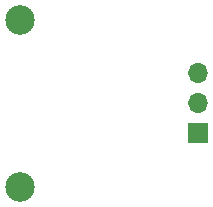
<source format=gbs>
%TF.GenerationSoftware,KiCad,Pcbnew,(6.0.0-0)*%
%TF.CreationDate,2022-08-17T15:23:26+02:00*%
%TF.ProjectId,ap3722at_mic_breakout,61703337-3232-4617-945f-6d69635f6272,rev?*%
%TF.SameCoordinates,Original*%
%TF.FileFunction,Soldermask,Bot*%
%TF.FilePolarity,Negative*%
%FSLAX46Y46*%
G04 Gerber Fmt 4.6, Leading zero omitted, Abs format (unit mm)*
G04 Created by KiCad (PCBNEW (6.0.0-0)) date 2022-08-17 15:23:26*
%MOMM*%
%LPD*%
G01*
G04 APERTURE LIST*
%ADD10R,1.700000X1.700000*%
%ADD11O,1.700000X1.700000*%
%ADD12C,2.500000*%
G04 APERTURE END LIST*
D10*
%TO.C,J1*%
X174000000Y-115525000D03*
D11*
X174000000Y-112985000D03*
X174000000Y-110445000D03*
%TD*%
D12*
%TO.C,REF\u002A\u002A*%
X158900000Y-120100000D03*
%TD*%
%TO.C,REF\u002A\u002A*%
X158900000Y-105900000D03*
%TD*%
M02*

</source>
